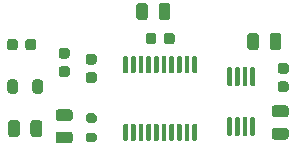
<source format=gtp>
G04 #@! TF.GenerationSoftware,KiCad,Pcbnew,6.0.5+dfsg-1~bpo11+1*
G04 #@! TF.CreationDate,2022-12-25T14:08:46+00:00*
G04 #@! TF.ProjectId,stm32l0_mod_source,73746d33-326c-4305-9f6d-6f645f736f75,0.1*
G04 #@! TF.SameCoordinates,Original*
G04 #@! TF.FileFunction,Paste,Top*
G04 #@! TF.FilePolarity,Positive*
%FSLAX46Y46*%
G04 Gerber Fmt 4.6, Leading zero omitted, Abs format (unit mm)*
G04 Created by KiCad (PCBNEW 6.0.5+dfsg-1~bpo11+1) date 2022-12-25 14:08:46*
%MOMM*%
%LPD*%
G01*
G04 APERTURE LIST*
G04 APERTURE END LIST*
G36*
G01*
X145841000Y-96516000D02*
X145841000Y-96016000D01*
G75*
G02*
X146066000Y-95791000I225000J0D01*
G01*
X146516000Y-95791000D01*
G75*
G02*
X146741000Y-96016000I0J-225000D01*
G01*
X146741000Y-96516000D01*
G75*
G02*
X146516000Y-96741000I-225000J0D01*
G01*
X146066000Y-96741000D01*
G75*
G02*
X145841000Y-96516000I0J225000D01*
G01*
G37*
G36*
G01*
X147391000Y-96516000D02*
X147391000Y-96016000D01*
G75*
G02*
X147616000Y-95791000I225000J0D01*
G01*
X148066000Y-95791000D01*
G75*
G02*
X148291000Y-96016000I0J-225000D01*
G01*
X148291000Y-96516000D01*
G75*
G02*
X148066000Y-96741000I-225000J0D01*
G01*
X147616000Y-96741000D01*
G75*
G02*
X147391000Y-96516000I0J225000D01*
G01*
G37*
G36*
G01*
X138463000Y-102248000D02*
X139413000Y-102248000D01*
G75*
G02*
X139663000Y-102498000I0J-250000D01*
G01*
X139663000Y-102998000D01*
G75*
G02*
X139413000Y-103248000I-250000J0D01*
G01*
X138463000Y-103248000D01*
G75*
G02*
X138213000Y-102998000I0J250000D01*
G01*
X138213000Y-102498000D01*
G75*
G02*
X138463000Y-102248000I250000J0D01*
G01*
G37*
G36*
G01*
X138463000Y-104148000D02*
X139413000Y-104148000D01*
G75*
G02*
X139663000Y-104398000I0J-250000D01*
G01*
X139663000Y-104898000D01*
G75*
G02*
X139413000Y-105148000I-250000J0D01*
G01*
X138463000Y-105148000D01*
G75*
G02*
X138213000Y-104898000I0J250000D01*
G01*
X138213000Y-104398000D01*
G75*
G02*
X138463000Y-104148000I250000J0D01*
G01*
G37*
G36*
G01*
X139188000Y-99510000D02*
X138688000Y-99510000D01*
G75*
G02*
X138463000Y-99285000I0J225000D01*
G01*
X138463000Y-98835000D01*
G75*
G02*
X138688000Y-98610000I225000J0D01*
G01*
X139188000Y-98610000D01*
G75*
G02*
X139413000Y-98835000I0J-225000D01*
G01*
X139413000Y-99285000D01*
G75*
G02*
X139188000Y-99510000I-225000J0D01*
G01*
G37*
G36*
G01*
X139188000Y-97960000D02*
X138688000Y-97960000D01*
G75*
G02*
X138463000Y-97735000I0J225000D01*
G01*
X138463000Y-97285000D01*
G75*
G02*
X138688000Y-97060000I225000J0D01*
G01*
X139188000Y-97060000D01*
G75*
G02*
X139413000Y-97285000I0J-225000D01*
G01*
X139413000Y-97735000D01*
G75*
G02*
X139188000Y-97960000I-225000J0D01*
G01*
G37*
G36*
G01*
X156751000Y-101928000D02*
X157701000Y-101928000D01*
G75*
G02*
X157951000Y-102178000I0J-250000D01*
G01*
X157951000Y-102678000D01*
G75*
G02*
X157701000Y-102928000I-250000J0D01*
G01*
X156751000Y-102928000D01*
G75*
G02*
X156501000Y-102678000I0J250000D01*
G01*
X156501000Y-102178000D01*
G75*
G02*
X156751000Y-101928000I250000J0D01*
G01*
G37*
G36*
G01*
X156751000Y-103828000D02*
X157701000Y-103828000D01*
G75*
G02*
X157951000Y-104078000I0J-250000D01*
G01*
X157951000Y-104578000D01*
G75*
G02*
X157701000Y-104828000I-250000J0D01*
G01*
X156751000Y-104828000D01*
G75*
G02*
X156501000Y-104578000I0J250000D01*
G01*
X156501000Y-104078000D01*
G75*
G02*
X156751000Y-103828000I250000J0D01*
G01*
G37*
G36*
G01*
X157730000Y-100793000D02*
X157230000Y-100793000D01*
G75*
G02*
X157005000Y-100568000I0J225000D01*
G01*
X157005000Y-100118000D01*
G75*
G02*
X157230000Y-99893000I225000J0D01*
G01*
X157730000Y-99893000D01*
G75*
G02*
X157955000Y-100118000I0J-225000D01*
G01*
X157955000Y-100568000D01*
G75*
G02*
X157730000Y-100793000I-225000J0D01*
G01*
G37*
G36*
G01*
X157730000Y-99243000D02*
X157230000Y-99243000D01*
G75*
G02*
X157005000Y-99018000I0J225000D01*
G01*
X157005000Y-98568000D01*
G75*
G02*
X157230000Y-98343000I225000J0D01*
G01*
X157730000Y-98343000D01*
G75*
G02*
X157955000Y-98568000I0J-225000D01*
G01*
X157955000Y-99018000D01*
G75*
G02*
X157730000Y-99243000I-225000J0D01*
G01*
G37*
G36*
G01*
X154440000Y-96995000D02*
X154440000Y-96045000D01*
G75*
G02*
X154690000Y-95795000I250000J0D01*
G01*
X155190000Y-95795000D01*
G75*
G02*
X155440000Y-96045000I0J-250000D01*
G01*
X155440000Y-96995000D01*
G75*
G02*
X155190000Y-97245000I-250000J0D01*
G01*
X154690000Y-97245000D01*
G75*
G02*
X154440000Y-96995000I0J250000D01*
G01*
G37*
G36*
G01*
X156340000Y-96995000D02*
X156340000Y-96045000D01*
G75*
G02*
X156590000Y-95795000I250000J0D01*
G01*
X157090000Y-95795000D01*
G75*
G02*
X157340000Y-96045000I0J-250000D01*
G01*
X157340000Y-96995000D01*
G75*
G02*
X157090000Y-97245000I-250000J0D01*
G01*
X156590000Y-97245000D01*
G75*
G02*
X156340000Y-96995000I0J250000D01*
G01*
G37*
G36*
G01*
X147942000Y-93505000D02*
X147942000Y-94455000D01*
G75*
G02*
X147692000Y-94705000I-250000J0D01*
G01*
X147192000Y-94705000D01*
G75*
G02*
X146942000Y-94455000I0J250000D01*
G01*
X146942000Y-93505000D01*
G75*
G02*
X147192000Y-93255000I250000J0D01*
G01*
X147692000Y-93255000D01*
G75*
G02*
X147942000Y-93505000I0J-250000D01*
G01*
G37*
G36*
G01*
X146042000Y-93505000D02*
X146042000Y-94455000D01*
G75*
G02*
X145792000Y-94705000I-250000J0D01*
G01*
X145292000Y-94705000D01*
G75*
G02*
X145042000Y-94455000I0J250000D01*
G01*
X145042000Y-93505000D01*
G75*
G02*
X145292000Y-93255000I250000J0D01*
G01*
X145792000Y-93255000D01*
G75*
G02*
X146042000Y-93505000I0J-250000D01*
G01*
G37*
G36*
G01*
X144241000Y-104946000D02*
X144041000Y-104946000D01*
G75*
G02*
X143941000Y-104846000I0J100000D01*
G01*
X143941000Y-103571000D01*
G75*
G02*
X144041000Y-103471000I100000J0D01*
G01*
X144241000Y-103471000D01*
G75*
G02*
X144341000Y-103571000I0J-100000D01*
G01*
X144341000Y-104846000D01*
G75*
G02*
X144241000Y-104946000I-100000J0D01*
G01*
G37*
G36*
G01*
X144891000Y-104946000D02*
X144691000Y-104946000D01*
G75*
G02*
X144591000Y-104846000I0J100000D01*
G01*
X144591000Y-103571000D01*
G75*
G02*
X144691000Y-103471000I100000J0D01*
G01*
X144891000Y-103471000D01*
G75*
G02*
X144991000Y-103571000I0J-100000D01*
G01*
X144991000Y-104846000D01*
G75*
G02*
X144891000Y-104946000I-100000J0D01*
G01*
G37*
G36*
G01*
X145541000Y-104946000D02*
X145341000Y-104946000D01*
G75*
G02*
X145241000Y-104846000I0J100000D01*
G01*
X145241000Y-103571000D01*
G75*
G02*
X145341000Y-103471000I100000J0D01*
G01*
X145541000Y-103471000D01*
G75*
G02*
X145641000Y-103571000I0J-100000D01*
G01*
X145641000Y-104846000D01*
G75*
G02*
X145541000Y-104946000I-100000J0D01*
G01*
G37*
G36*
G01*
X146191000Y-104946000D02*
X145991000Y-104946000D01*
G75*
G02*
X145891000Y-104846000I0J100000D01*
G01*
X145891000Y-103571000D01*
G75*
G02*
X145991000Y-103471000I100000J0D01*
G01*
X146191000Y-103471000D01*
G75*
G02*
X146291000Y-103571000I0J-100000D01*
G01*
X146291000Y-104846000D01*
G75*
G02*
X146191000Y-104946000I-100000J0D01*
G01*
G37*
G36*
G01*
X146841000Y-104946000D02*
X146641000Y-104946000D01*
G75*
G02*
X146541000Y-104846000I0J100000D01*
G01*
X146541000Y-103571000D01*
G75*
G02*
X146641000Y-103471000I100000J0D01*
G01*
X146841000Y-103471000D01*
G75*
G02*
X146941000Y-103571000I0J-100000D01*
G01*
X146941000Y-104846000D01*
G75*
G02*
X146841000Y-104946000I-100000J0D01*
G01*
G37*
G36*
G01*
X147491000Y-104946000D02*
X147291000Y-104946000D01*
G75*
G02*
X147191000Y-104846000I0J100000D01*
G01*
X147191000Y-103571000D01*
G75*
G02*
X147291000Y-103471000I100000J0D01*
G01*
X147491000Y-103471000D01*
G75*
G02*
X147591000Y-103571000I0J-100000D01*
G01*
X147591000Y-104846000D01*
G75*
G02*
X147491000Y-104946000I-100000J0D01*
G01*
G37*
G36*
G01*
X148141000Y-104946000D02*
X147941000Y-104946000D01*
G75*
G02*
X147841000Y-104846000I0J100000D01*
G01*
X147841000Y-103571000D01*
G75*
G02*
X147941000Y-103471000I100000J0D01*
G01*
X148141000Y-103471000D01*
G75*
G02*
X148241000Y-103571000I0J-100000D01*
G01*
X148241000Y-104846000D01*
G75*
G02*
X148141000Y-104946000I-100000J0D01*
G01*
G37*
G36*
G01*
X148791000Y-104946000D02*
X148591000Y-104946000D01*
G75*
G02*
X148491000Y-104846000I0J100000D01*
G01*
X148491000Y-103571000D01*
G75*
G02*
X148591000Y-103471000I100000J0D01*
G01*
X148791000Y-103471000D01*
G75*
G02*
X148891000Y-103571000I0J-100000D01*
G01*
X148891000Y-104846000D01*
G75*
G02*
X148791000Y-104946000I-100000J0D01*
G01*
G37*
G36*
G01*
X149441000Y-104946000D02*
X149241000Y-104946000D01*
G75*
G02*
X149141000Y-104846000I0J100000D01*
G01*
X149141000Y-103571000D01*
G75*
G02*
X149241000Y-103471000I100000J0D01*
G01*
X149441000Y-103471000D01*
G75*
G02*
X149541000Y-103571000I0J-100000D01*
G01*
X149541000Y-104846000D01*
G75*
G02*
X149441000Y-104946000I-100000J0D01*
G01*
G37*
G36*
G01*
X150091000Y-104946000D02*
X149891000Y-104946000D01*
G75*
G02*
X149791000Y-104846000I0J100000D01*
G01*
X149791000Y-103571000D01*
G75*
G02*
X149891000Y-103471000I100000J0D01*
G01*
X150091000Y-103471000D01*
G75*
G02*
X150191000Y-103571000I0J-100000D01*
G01*
X150191000Y-104846000D01*
G75*
G02*
X150091000Y-104946000I-100000J0D01*
G01*
G37*
G36*
G01*
X150091000Y-99221000D02*
X149891000Y-99221000D01*
G75*
G02*
X149791000Y-99121000I0J100000D01*
G01*
X149791000Y-97846000D01*
G75*
G02*
X149891000Y-97746000I100000J0D01*
G01*
X150091000Y-97746000D01*
G75*
G02*
X150191000Y-97846000I0J-100000D01*
G01*
X150191000Y-99121000D01*
G75*
G02*
X150091000Y-99221000I-100000J0D01*
G01*
G37*
G36*
G01*
X149441000Y-99221000D02*
X149241000Y-99221000D01*
G75*
G02*
X149141000Y-99121000I0J100000D01*
G01*
X149141000Y-97846000D01*
G75*
G02*
X149241000Y-97746000I100000J0D01*
G01*
X149441000Y-97746000D01*
G75*
G02*
X149541000Y-97846000I0J-100000D01*
G01*
X149541000Y-99121000D01*
G75*
G02*
X149441000Y-99221000I-100000J0D01*
G01*
G37*
G36*
G01*
X148791000Y-99221000D02*
X148591000Y-99221000D01*
G75*
G02*
X148491000Y-99121000I0J100000D01*
G01*
X148491000Y-97846000D01*
G75*
G02*
X148591000Y-97746000I100000J0D01*
G01*
X148791000Y-97746000D01*
G75*
G02*
X148891000Y-97846000I0J-100000D01*
G01*
X148891000Y-99121000D01*
G75*
G02*
X148791000Y-99221000I-100000J0D01*
G01*
G37*
G36*
G01*
X148141000Y-99221000D02*
X147941000Y-99221000D01*
G75*
G02*
X147841000Y-99121000I0J100000D01*
G01*
X147841000Y-97846000D01*
G75*
G02*
X147941000Y-97746000I100000J0D01*
G01*
X148141000Y-97746000D01*
G75*
G02*
X148241000Y-97846000I0J-100000D01*
G01*
X148241000Y-99121000D01*
G75*
G02*
X148141000Y-99221000I-100000J0D01*
G01*
G37*
G36*
G01*
X147491000Y-99221000D02*
X147291000Y-99221000D01*
G75*
G02*
X147191000Y-99121000I0J100000D01*
G01*
X147191000Y-97846000D01*
G75*
G02*
X147291000Y-97746000I100000J0D01*
G01*
X147491000Y-97746000D01*
G75*
G02*
X147591000Y-97846000I0J-100000D01*
G01*
X147591000Y-99121000D01*
G75*
G02*
X147491000Y-99221000I-100000J0D01*
G01*
G37*
G36*
G01*
X146841000Y-99221000D02*
X146641000Y-99221000D01*
G75*
G02*
X146541000Y-99121000I0J100000D01*
G01*
X146541000Y-97846000D01*
G75*
G02*
X146641000Y-97746000I100000J0D01*
G01*
X146841000Y-97746000D01*
G75*
G02*
X146941000Y-97846000I0J-100000D01*
G01*
X146941000Y-99121000D01*
G75*
G02*
X146841000Y-99221000I-100000J0D01*
G01*
G37*
G36*
G01*
X146191000Y-99221000D02*
X145991000Y-99221000D01*
G75*
G02*
X145891000Y-99121000I0J100000D01*
G01*
X145891000Y-97846000D01*
G75*
G02*
X145991000Y-97746000I100000J0D01*
G01*
X146191000Y-97746000D01*
G75*
G02*
X146291000Y-97846000I0J-100000D01*
G01*
X146291000Y-99121000D01*
G75*
G02*
X146191000Y-99221000I-100000J0D01*
G01*
G37*
G36*
G01*
X145541000Y-99221000D02*
X145341000Y-99221000D01*
G75*
G02*
X145241000Y-99121000I0J100000D01*
G01*
X145241000Y-97846000D01*
G75*
G02*
X145341000Y-97746000I100000J0D01*
G01*
X145541000Y-97746000D01*
G75*
G02*
X145641000Y-97846000I0J-100000D01*
G01*
X145641000Y-99121000D01*
G75*
G02*
X145541000Y-99221000I-100000J0D01*
G01*
G37*
G36*
G01*
X144891000Y-99221000D02*
X144691000Y-99221000D01*
G75*
G02*
X144591000Y-99121000I0J100000D01*
G01*
X144591000Y-97846000D01*
G75*
G02*
X144691000Y-97746000I100000J0D01*
G01*
X144891000Y-97746000D01*
G75*
G02*
X144991000Y-97846000I0J-100000D01*
G01*
X144991000Y-99121000D01*
G75*
G02*
X144891000Y-99221000I-100000J0D01*
G01*
G37*
G36*
G01*
X144241000Y-99221000D02*
X144041000Y-99221000D01*
G75*
G02*
X143941000Y-99121000I0J100000D01*
G01*
X143941000Y-97846000D01*
G75*
G02*
X144041000Y-97746000I100000J0D01*
G01*
X144241000Y-97746000D01*
G75*
G02*
X144341000Y-97846000I0J-100000D01*
G01*
X144341000Y-99121000D01*
G75*
G02*
X144241000Y-99221000I-100000J0D01*
G01*
G37*
G36*
G01*
X153049000Y-104525000D02*
X152849000Y-104525000D01*
G75*
G02*
X152749000Y-104425000I0J100000D01*
G01*
X152749000Y-103000000D01*
G75*
G02*
X152849000Y-102900000I100000J0D01*
G01*
X153049000Y-102900000D01*
G75*
G02*
X153149000Y-103000000I0J-100000D01*
G01*
X153149000Y-104425000D01*
G75*
G02*
X153049000Y-104525000I-100000J0D01*
G01*
G37*
G36*
G01*
X153699000Y-104525000D02*
X153499000Y-104525000D01*
G75*
G02*
X153399000Y-104425000I0J100000D01*
G01*
X153399000Y-103000000D01*
G75*
G02*
X153499000Y-102900000I100000J0D01*
G01*
X153699000Y-102900000D01*
G75*
G02*
X153799000Y-103000000I0J-100000D01*
G01*
X153799000Y-104425000D01*
G75*
G02*
X153699000Y-104525000I-100000J0D01*
G01*
G37*
G36*
G01*
X154349000Y-104525000D02*
X154149000Y-104525000D01*
G75*
G02*
X154049000Y-104425000I0J100000D01*
G01*
X154049000Y-103000000D01*
G75*
G02*
X154149000Y-102900000I100000J0D01*
G01*
X154349000Y-102900000D01*
G75*
G02*
X154449000Y-103000000I0J-100000D01*
G01*
X154449000Y-104425000D01*
G75*
G02*
X154349000Y-104525000I-100000J0D01*
G01*
G37*
G36*
G01*
X154999000Y-104525000D02*
X154799000Y-104525000D01*
G75*
G02*
X154699000Y-104425000I0J100000D01*
G01*
X154699000Y-103000000D01*
G75*
G02*
X154799000Y-102900000I100000J0D01*
G01*
X154999000Y-102900000D01*
G75*
G02*
X155099000Y-103000000I0J-100000D01*
G01*
X155099000Y-104425000D01*
G75*
G02*
X154999000Y-104525000I-100000J0D01*
G01*
G37*
G36*
G01*
X154999000Y-100300000D02*
X154799000Y-100300000D01*
G75*
G02*
X154699000Y-100200000I0J100000D01*
G01*
X154699000Y-98775000D01*
G75*
G02*
X154799000Y-98675000I100000J0D01*
G01*
X154999000Y-98675000D01*
G75*
G02*
X155099000Y-98775000I0J-100000D01*
G01*
X155099000Y-100200000D01*
G75*
G02*
X154999000Y-100300000I-100000J0D01*
G01*
G37*
G36*
G01*
X154349000Y-100300000D02*
X154149000Y-100300000D01*
G75*
G02*
X154049000Y-100200000I0J100000D01*
G01*
X154049000Y-98775000D01*
G75*
G02*
X154149000Y-98675000I100000J0D01*
G01*
X154349000Y-98675000D01*
G75*
G02*
X154449000Y-98775000I0J-100000D01*
G01*
X154449000Y-100200000D01*
G75*
G02*
X154349000Y-100300000I-100000J0D01*
G01*
G37*
G36*
G01*
X153699000Y-100300000D02*
X153499000Y-100300000D01*
G75*
G02*
X153399000Y-100200000I0J100000D01*
G01*
X153399000Y-98775000D01*
G75*
G02*
X153499000Y-98675000I100000J0D01*
G01*
X153699000Y-98675000D01*
G75*
G02*
X153799000Y-98775000I0J-100000D01*
G01*
X153799000Y-100200000D01*
G75*
G02*
X153699000Y-100300000I-100000J0D01*
G01*
G37*
G36*
G01*
X153049000Y-100300000D02*
X152849000Y-100300000D01*
G75*
G02*
X152749000Y-100200000I0J100000D01*
G01*
X152749000Y-98775000D01*
G75*
G02*
X152849000Y-98675000I100000J0D01*
G01*
X153049000Y-98675000D01*
G75*
G02*
X153149000Y-98775000I0J-100000D01*
G01*
X153149000Y-100200000D01*
G75*
G02*
X153049000Y-100300000I-100000J0D01*
G01*
G37*
G36*
G01*
X140949000Y-102598000D02*
X141499000Y-102598000D01*
G75*
G02*
X141699000Y-102798000I0J-200000D01*
G01*
X141699000Y-103198000D01*
G75*
G02*
X141499000Y-103398000I-200000J0D01*
G01*
X140949000Y-103398000D01*
G75*
G02*
X140749000Y-103198000I0J200000D01*
G01*
X140749000Y-102798000D01*
G75*
G02*
X140949000Y-102598000I200000J0D01*
G01*
G37*
G36*
G01*
X140949000Y-104248000D02*
X141499000Y-104248000D01*
G75*
G02*
X141699000Y-104448000I0J-200000D01*
G01*
X141699000Y-104848000D01*
G75*
G02*
X141499000Y-105048000I-200000J0D01*
G01*
X140949000Y-105048000D01*
G75*
G02*
X140749000Y-104848000I0J200000D01*
G01*
X140749000Y-104448000D01*
G75*
G02*
X140949000Y-104248000I200000J0D01*
G01*
G37*
G36*
G01*
X141474000Y-100018000D02*
X140974000Y-100018000D01*
G75*
G02*
X140749000Y-99793000I0J225000D01*
G01*
X140749000Y-99343000D01*
G75*
G02*
X140974000Y-99118000I225000J0D01*
G01*
X141474000Y-99118000D01*
G75*
G02*
X141699000Y-99343000I0J-225000D01*
G01*
X141699000Y-99793000D01*
G75*
G02*
X141474000Y-100018000I-225000J0D01*
G01*
G37*
G36*
G01*
X141474000Y-98468000D02*
X140974000Y-98468000D01*
G75*
G02*
X140749000Y-98243000I0J225000D01*
G01*
X140749000Y-97793000D01*
G75*
G02*
X140974000Y-97568000I225000J0D01*
G01*
X141474000Y-97568000D01*
G75*
G02*
X141699000Y-97793000I0J-225000D01*
G01*
X141699000Y-98243000D01*
G75*
G02*
X141474000Y-98468000I-225000J0D01*
G01*
G37*
G36*
G01*
X134186000Y-104361000D02*
X134186000Y-103411000D01*
G75*
G02*
X134436000Y-103161000I250000J0D01*
G01*
X134936000Y-103161000D01*
G75*
G02*
X135186000Y-103411000I0J-250000D01*
G01*
X135186000Y-104361000D01*
G75*
G02*
X134936000Y-104611000I-250000J0D01*
G01*
X134436000Y-104611000D01*
G75*
G02*
X134186000Y-104361000I0J250000D01*
G01*
G37*
G36*
G01*
X136086000Y-104361000D02*
X136086000Y-103411000D01*
G75*
G02*
X136336000Y-103161000I250000J0D01*
G01*
X136836000Y-103161000D01*
G75*
G02*
X137086000Y-103411000I0J-250000D01*
G01*
X137086000Y-104361000D01*
G75*
G02*
X136836000Y-104611000I-250000J0D01*
G01*
X136336000Y-104611000D01*
G75*
G02*
X136086000Y-104361000I0J250000D01*
G01*
G37*
G36*
G01*
X134106200Y-97024000D02*
X134106200Y-96524000D01*
G75*
G02*
X134331200Y-96299000I225000J0D01*
G01*
X134781200Y-96299000D01*
G75*
G02*
X135006200Y-96524000I0J-225000D01*
G01*
X135006200Y-97024000D01*
G75*
G02*
X134781200Y-97249000I-225000J0D01*
G01*
X134331200Y-97249000D01*
G75*
G02*
X134106200Y-97024000I0J225000D01*
G01*
G37*
G36*
G01*
X135656200Y-97024000D02*
X135656200Y-96524000D01*
G75*
G02*
X135881200Y-96299000I225000J0D01*
G01*
X136331200Y-96299000D01*
G75*
G02*
X136556200Y-96524000I0J-225000D01*
G01*
X136556200Y-97024000D01*
G75*
G02*
X136331200Y-97249000I-225000J0D01*
G01*
X135881200Y-97249000D01*
G75*
G02*
X135656200Y-97024000I0J225000D01*
G01*
G37*
G36*
G01*
X134136000Y-100711250D02*
X134136000Y-99948750D01*
G75*
G02*
X134354750Y-99730000I218750J0D01*
G01*
X134792250Y-99730000D01*
G75*
G02*
X135011000Y-99948750I0J-218750D01*
G01*
X135011000Y-100711250D01*
G75*
G02*
X134792250Y-100930000I-218750J0D01*
G01*
X134354750Y-100930000D01*
G75*
G02*
X134136000Y-100711250I0J218750D01*
G01*
G37*
G36*
G01*
X136261000Y-100711250D02*
X136261000Y-99948750D01*
G75*
G02*
X136479750Y-99730000I218750J0D01*
G01*
X136917250Y-99730000D01*
G75*
G02*
X137136000Y-99948750I0J-218750D01*
G01*
X137136000Y-100711250D01*
G75*
G02*
X136917250Y-100930000I-218750J0D01*
G01*
X136479750Y-100930000D01*
G75*
G02*
X136261000Y-100711250I0J218750D01*
G01*
G37*
M02*

</source>
